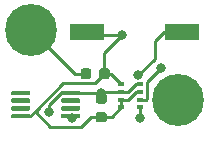
<source format=gbr>
%TF.GenerationSoftware,KiCad,Pcbnew,(5.1.6)-1*%
%TF.CreationDate,2020-12-16T03:54:26+01:00*%
%TF.ProjectId,envboard,656e7662-6f61-4726-942e-6b696361645f,rev?*%
%TF.SameCoordinates,Original*%
%TF.FileFunction,Copper,L1,Top*%
%TF.FilePolarity,Positive*%
%FSLAX46Y46*%
G04 Gerber Fmt 4.6, Leading zero omitted, Abs format (unit mm)*
G04 Created by KiCad (PCBNEW (5.1.6)-1) date 2020-12-16 03:54:26*
%MOMM*%
%LPD*%
G01*
G04 APERTURE LIST*
%TA.AperFunction,SMDPad,CuDef*%
%ADD10R,0.500000X0.350000*%
%TD*%
%TA.AperFunction,SMDPad,CuDef*%
%ADD11R,3.000000X1.400000*%
%TD*%
%TA.AperFunction,ComponentPad*%
%ADD12C,0.700000*%
%TD*%
%TA.AperFunction,ComponentPad*%
%ADD13C,4.400000*%
%TD*%
%TA.AperFunction,ViaPad*%
%ADD14C,0.800000*%
%TD*%
%TA.AperFunction,Conductor*%
%ADD15C,0.250000*%
%TD*%
G04 APERTURE END LIST*
D10*
%TO.P,U2,8*%
%TO.N,+3V3*%
X52400000Y-50900000D03*
%TO.P,U2,2*%
X54000000Y-51550000D03*
%TO.P,U2,3*%
%TO.N,SDA*%
X54000000Y-52200000D03*
%TO.P,U2,4*%
%TO.N,SCL*%
X54000000Y-52850000D03*
%TO.P,U2,7*%
%TO.N,GND*%
X52400000Y-51550000D03*
%TO.P,U2,6*%
%TO.N,+3V3*%
X52400000Y-52200000D03*
%TO.P,U2,5*%
X52400000Y-52850000D03*
%TO.P,U2,1*%
%TO.N,GND*%
X54000000Y-50900000D03*
%TD*%
%TO.P,U1,8*%
%TO.N,+3V3*%
%TA.AperFunction,SMDPad,CuDef*%
G36*
G01*
X44700000Y-53475000D02*
X44700000Y-53675000D01*
G75*
G02*
X44600000Y-53775000I-100000J0D01*
G01*
X43175000Y-53775000D01*
G75*
G02*
X43075000Y-53675000I0J100000D01*
G01*
X43075000Y-53475000D01*
G75*
G02*
X43175000Y-53375000I100000J0D01*
G01*
X44600000Y-53375000D01*
G75*
G02*
X44700000Y-53475000I0J-100000D01*
G01*
G37*
%TD.AperFunction*%
%TO.P,U1,7*%
%TO.N,Net-(U1-Pad7)*%
%TA.AperFunction,SMDPad,CuDef*%
G36*
G01*
X44700000Y-52825000D02*
X44700000Y-53025000D01*
G75*
G02*
X44600000Y-53125000I-100000J0D01*
G01*
X43175000Y-53125000D01*
G75*
G02*
X43075000Y-53025000I0J100000D01*
G01*
X43075000Y-52825000D01*
G75*
G02*
X43175000Y-52725000I100000J0D01*
G01*
X44600000Y-52725000D01*
G75*
G02*
X44700000Y-52825000I0J-100000D01*
G01*
G37*
%TD.AperFunction*%
%TO.P,U1,6*%
%TO.N,Net-(U1-Pad6)*%
%TA.AperFunction,SMDPad,CuDef*%
G36*
G01*
X44700000Y-52175000D02*
X44700000Y-52375000D01*
G75*
G02*
X44600000Y-52475000I-100000J0D01*
G01*
X43175000Y-52475000D01*
G75*
G02*
X43075000Y-52375000I0J100000D01*
G01*
X43075000Y-52175000D01*
G75*
G02*
X43175000Y-52075000I100000J0D01*
G01*
X44600000Y-52075000D01*
G75*
G02*
X44700000Y-52175000I0J-100000D01*
G01*
G37*
%TD.AperFunction*%
%TO.P,U1,5*%
%TO.N,Net-(U1-Pad5)*%
%TA.AperFunction,SMDPad,CuDef*%
G36*
G01*
X44700000Y-51525000D02*
X44700000Y-51725000D01*
G75*
G02*
X44600000Y-51825000I-100000J0D01*
G01*
X43175000Y-51825000D01*
G75*
G02*
X43075000Y-51725000I0J100000D01*
G01*
X43075000Y-51525000D01*
G75*
G02*
X43175000Y-51425000I100000J0D01*
G01*
X44600000Y-51425000D01*
G75*
G02*
X44700000Y-51525000I0J-100000D01*
G01*
G37*
%TD.AperFunction*%
%TO.P,U1,4*%
%TO.N,GND*%
%TA.AperFunction,SMDPad,CuDef*%
G36*
G01*
X48925000Y-51525000D02*
X48925000Y-51725000D01*
G75*
G02*
X48825000Y-51825000I-100000J0D01*
G01*
X47400000Y-51825000D01*
G75*
G02*
X47300000Y-51725000I0J100000D01*
G01*
X47300000Y-51525000D01*
G75*
G02*
X47400000Y-51425000I100000J0D01*
G01*
X48825000Y-51425000D01*
G75*
G02*
X48925000Y-51525000I0J-100000D01*
G01*
G37*
%TD.AperFunction*%
%TO.P,U1,3*%
%TO.N,Net-(U1-Pad3)*%
%TA.AperFunction,SMDPad,CuDef*%
G36*
G01*
X48925000Y-52175000D02*
X48925000Y-52375000D01*
G75*
G02*
X48825000Y-52475000I-100000J0D01*
G01*
X47400000Y-52475000D01*
G75*
G02*
X47300000Y-52375000I0J100000D01*
G01*
X47300000Y-52175000D01*
G75*
G02*
X47400000Y-52075000I100000J0D01*
G01*
X48825000Y-52075000D01*
G75*
G02*
X48925000Y-52175000I0J-100000D01*
G01*
G37*
%TD.AperFunction*%
%TO.P,U1,2*%
%TO.N,Net-(U1-Pad2)*%
%TA.AperFunction,SMDPad,CuDef*%
G36*
G01*
X48925000Y-52825000D02*
X48925000Y-53025000D01*
G75*
G02*
X48825000Y-53125000I-100000J0D01*
G01*
X47400000Y-53125000D01*
G75*
G02*
X47300000Y-53025000I0J100000D01*
G01*
X47300000Y-52825000D01*
G75*
G02*
X47400000Y-52725000I100000J0D01*
G01*
X48825000Y-52725000D01*
G75*
G02*
X48925000Y-52825000I0J-100000D01*
G01*
G37*
%TD.AperFunction*%
%TO.P,U1,1*%
%TO.N,TEMP*%
%TA.AperFunction,SMDPad,CuDef*%
G36*
G01*
X48925000Y-53475000D02*
X48925000Y-53675000D01*
G75*
G02*
X48825000Y-53775000I-100000J0D01*
G01*
X47400000Y-53775000D01*
G75*
G02*
X47300000Y-53675000I0J100000D01*
G01*
X47300000Y-53475000D01*
G75*
G02*
X47400000Y-53375000I100000J0D01*
G01*
X48825000Y-53375000D01*
G75*
G02*
X48925000Y-53475000I0J-100000D01*
G01*
G37*
%TD.AperFunction*%
%TD*%
D11*
%TO.P,SW1,1*%
%TO.N,+3V3*%
X49500000Y-46500000D03*
%TO.P,SW1,2*%
%TO.N,BUTTON*%
X57500000Y-46500000D03*
%TD*%
D12*
%TO.P,H2,1*%
%TO.N,GND*%
X58333452Y-51083274D03*
X57166726Y-50600000D03*
X56000000Y-51083274D03*
X55516726Y-52250000D03*
X56000000Y-53416726D03*
X57166726Y-53900000D03*
X58333452Y-53416726D03*
X58816726Y-52250000D03*
D13*
X57166726Y-52250000D03*
%TD*%
D12*
%TO.P,H1,1*%
%TO.N,GND*%
X45916726Y-45083274D03*
X44750000Y-44600000D03*
X43583274Y-45083274D03*
X43100000Y-46250000D03*
X43583274Y-47416726D03*
X44750000Y-47900000D03*
X45916726Y-47416726D03*
X46400000Y-46250000D03*
D13*
X44750000Y-46250000D03*
%TD*%
%TO.P,C2,2*%
%TO.N,GND*%
%TA.AperFunction,SMDPad,CuDef*%
G36*
G01*
X50956250Y-52537500D02*
X50443750Y-52537500D01*
G75*
G02*
X50225000Y-52318750I0J218750D01*
G01*
X50225000Y-51881250D01*
G75*
G02*
X50443750Y-51662500I218750J0D01*
G01*
X50956250Y-51662500D01*
G75*
G02*
X51175000Y-51881250I0J-218750D01*
G01*
X51175000Y-52318750D01*
G75*
G02*
X50956250Y-52537500I-218750J0D01*
G01*
G37*
%TD.AperFunction*%
%TO.P,C2,1*%
%TO.N,+3V3*%
%TA.AperFunction,SMDPad,CuDef*%
G36*
G01*
X50956250Y-54112500D02*
X50443750Y-54112500D01*
G75*
G02*
X50225000Y-53893750I0J218750D01*
G01*
X50225000Y-53456250D01*
G75*
G02*
X50443750Y-53237500I218750J0D01*
G01*
X50956250Y-53237500D01*
G75*
G02*
X51175000Y-53456250I0J-218750D01*
G01*
X51175000Y-53893750D01*
G75*
G02*
X50956250Y-54112500I-218750J0D01*
G01*
G37*
%TD.AperFunction*%
%TD*%
%TO.P,C1,2*%
%TO.N,GND*%
%TA.AperFunction,SMDPad,CuDef*%
G36*
G01*
X49837500Y-49743750D02*
X49837500Y-50256250D01*
G75*
G02*
X49618750Y-50475000I-218750J0D01*
G01*
X49181250Y-50475000D01*
G75*
G02*
X48962500Y-50256250I0J218750D01*
G01*
X48962500Y-49743750D01*
G75*
G02*
X49181250Y-49525000I218750J0D01*
G01*
X49618750Y-49525000D01*
G75*
G02*
X49837500Y-49743750I0J-218750D01*
G01*
G37*
%TD.AperFunction*%
%TO.P,C1,1*%
%TO.N,+3V3*%
%TA.AperFunction,SMDPad,CuDef*%
G36*
G01*
X51412500Y-49743750D02*
X51412500Y-50256250D01*
G75*
G02*
X51193750Y-50475000I-218750J0D01*
G01*
X50756250Y-50475000D01*
G75*
G02*
X50537500Y-50256250I0J218750D01*
G01*
X50537500Y-49743750D01*
G75*
G02*
X50756250Y-49525000I218750J0D01*
G01*
X51193750Y-49525000D01*
G75*
G02*
X51412500Y-49743750I0J-218750D01*
G01*
G37*
%TD.AperFunction*%
%TD*%
D14*
%TO.N,GND*%
X50647600Y-51663600D03*
X46250000Y-53250000D03*
%TO.N,+3V3*%
X52500000Y-46750000D03*
%TO.N,BUTTON*%
X53850001Y-50124998D03*
%TO.N,TEMP*%
X48250000Y-53750000D03*
%TO.N,SCL*%
X54000000Y-53750000D03*
%TO.N,SDA*%
X55750000Y-49500000D03*
%TD*%
D15*
%TO.N,GND*%
X48500000Y-50000000D02*
X44750000Y-46250000D01*
X49400000Y-50000000D02*
X48500000Y-50000000D01*
X46250000Y-52661410D02*
X46250000Y-53250000D01*
X48112500Y-51625000D02*
X47286410Y-51625000D01*
X47286410Y-51625000D02*
X46250000Y-52661410D01*
X53639998Y-50900000D02*
X54000000Y-50900000D01*
X52989998Y-51550000D02*
X53639998Y-50900000D01*
X52400000Y-51550000D02*
X52989998Y-51550000D01*
X50609000Y-51625000D02*
X50647600Y-51663600D01*
X48112500Y-51625000D02*
X50609000Y-51625000D01*
X50700000Y-52100000D02*
X50668400Y-52100000D01*
X50647600Y-52079200D02*
X50647600Y-51663600D01*
X50668400Y-52100000D02*
X50647600Y-52079200D01*
X50761200Y-51550000D02*
X50647600Y-51663600D01*
X52400000Y-51550000D02*
X50761200Y-51550000D01*
%TO.N,+3V3*%
X50174990Y-50800010D02*
X50975000Y-50000000D01*
X47474990Y-50800010D02*
X50174990Y-50800010D01*
X43887500Y-53575000D02*
X44700000Y-53575000D01*
X51575000Y-53675000D02*
X52400000Y-52850000D01*
X50700000Y-53675000D02*
X51575000Y-53675000D01*
X52400000Y-52850000D02*
X52400000Y-52200000D01*
X53639998Y-51550000D02*
X54000000Y-51550000D01*
X52989998Y-52200000D02*
X53639998Y-51550000D01*
X52400000Y-52200000D02*
X52989998Y-52200000D01*
X50700000Y-53675000D02*
X49825000Y-53675000D01*
X49024999Y-54475001D02*
X46401999Y-54475001D01*
X45137500Y-53210502D02*
X45137500Y-53137500D01*
X49825000Y-53675000D02*
X49024999Y-54475001D01*
X46401999Y-54475001D02*
X45137500Y-53210502D01*
X45137500Y-53137500D02*
X47474990Y-50800010D01*
X44700000Y-53575000D02*
X45137500Y-53137500D01*
X51500000Y-50000000D02*
X52400000Y-50900000D01*
X50975000Y-50000000D02*
X51500000Y-50000000D01*
X50975000Y-48275000D02*
X52500000Y-46750000D01*
X50975000Y-50000000D02*
X50975000Y-48275000D01*
X49750000Y-46750000D02*
X49500000Y-46500000D01*
X52500000Y-46750000D02*
X49750000Y-46750000D01*
%TO.N,BUTTON*%
X55250000Y-47250000D02*
X56000000Y-46500000D01*
X55250000Y-48724999D02*
X55250000Y-47250000D01*
X56000000Y-46500000D02*
X57500000Y-46500000D01*
X53850001Y-50124998D02*
X55250000Y-48724999D01*
%TO.N,TEMP*%
X48112500Y-53575000D02*
X48112500Y-53612500D01*
X48112500Y-53612500D02*
X48250000Y-53750000D01*
%TO.N,SCL*%
X54000000Y-52850000D02*
X54000000Y-53750000D01*
%TO.N,SDA*%
X54575001Y-52124999D02*
X54575001Y-50674999D01*
X54000000Y-52200000D02*
X54500000Y-52200000D01*
X54575001Y-50674999D02*
X55750000Y-49500000D01*
X54500000Y-52200000D02*
X54575001Y-52124999D01*
%TD*%
M02*

</source>
